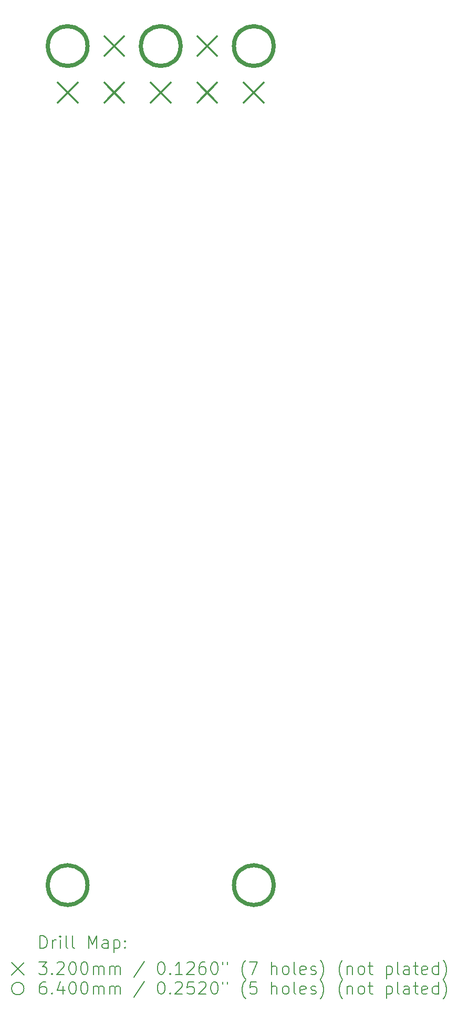
<source format=gbr>
%TF.GenerationSoftware,KiCad,Pcbnew,7.0.6-7.0.6~ubuntu22.04.1*%
%TF.CreationDate,2023-08-02T18:38:58+01:00*%
%TF.ProjectId,working,776f726b-696e-4672-9e6b-696361645f70,rev?*%
%TF.SameCoordinates,Original*%
%TF.FileFunction,Drillmap*%
%TF.FilePolarity,Positive*%
%FSLAX45Y45*%
G04 Gerber Fmt 4.5, Leading zero omitted, Abs format (unit mm)*
G04 Created by KiCad (PCBNEW 7.0.6-7.0.6~ubuntu22.04.1) date 2023-08-02 18:38:58*
%MOMM*%
%LPD*%
G01*
G04 APERTURE LIST*
%ADD10C,0.200000*%
%ADD11C,0.320000*%
%ADD12C,0.640000*%
G04 APERTURE END LIST*
D10*
D11*
X-1660000Y6160000D02*
X-1340000Y5840000D01*
X-1340000Y6160000D02*
X-1660000Y5840000D01*
X-910000Y6910000D02*
X-590000Y6590000D01*
X-590000Y6910000D02*
X-910000Y6590000D01*
X-910000Y6160000D02*
X-590000Y5840000D01*
X-590000Y6160000D02*
X-910000Y5840000D01*
X-160000Y6160000D02*
X160000Y5840000D01*
X160000Y6160000D02*
X-160000Y5840000D01*
X590000Y6910000D02*
X910000Y6590000D01*
X910000Y6910000D02*
X590000Y6590000D01*
X590000Y6160000D02*
X910000Y5840000D01*
X910000Y6160000D02*
X590000Y5840000D01*
X1340000Y6160000D02*
X1660000Y5840000D01*
X1660000Y6160000D02*
X1340000Y5840000D01*
D12*
X-1180000Y6750000D02*
G75*
G03*
X-1180000Y6750000I-320000J0D01*
G01*
X-1180000Y-6750000D02*
G75*
G03*
X-1180000Y-6750000I-320000J0D01*
G01*
X320000Y6750000D02*
G75*
G03*
X320000Y6750000I-320000J0D01*
G01*
X1820000Y6750000D02*
G75*
G03*
X1820000Y6750000I-320000J0D01*
G01*
X1820000Y-6750000D02*
G75*
G03*
X1820000Y-6750000I-320000J0D01*
G01*
D10*
X-1944223Y-7766484D02*
X-1944223Y-7566484D01*
X-1944223Y-7566484D02*
X-1896604Y-7566484D01*
X-1896604Y-7566484D02*
X-1868033Y-7576008D01*
X-1868033Y-7576008D02*
X-1848985Y-7595055D01*
X-1848985Y-7595055D02*
X-1839461Y-7614103D01*
X-1839461Y-7614103D02*
X-1829937Y-7652198D01*
X-1829937Y-7652198D02*
X-1829937Y-7680769D01*
X-1829937Y-7680769D02*
X-1839461Y-7718865D01*
X-1839461Y-7718865D02*
X-1848985Y-7737912D01*
X-1848985Y-7737912D02*
X-1868033Y-7756960D01*
X-1868033Y-7756960D02*
X-1896604Y-7766484D01*
X-1896604Y-7766484D02*
X-1944223Y-7766484D01*
X-1744223Y-7766484D02*
X-1744223Y-7633150D01*
X-1744223Y-7671246D02*
X-1734699Y-7652198D01*
X-1734699Y-7652198D02*
X-1725175Y-7642674D01*
X-1725175Y-7642674D02*
X-1706128Y-7633150D01*
X-1706128Y-7633150D02*
X-1687080Y-7633150D01*
X-1620414Y-7766484D02*
X-1620414Y-7633150D01*
X-1620414Y-7566484D02*
X-1629937Y-7576008D01*
X-1629937Y-7576008D02*
X-1620414Y-7585531D01*
X-1620414Y-7585531D02*
X-1610890Y-7576008D01*
X-1610890Y-7576008D02*
X-1620414Y-7566484D01*
X-1620414Y-7566484D02*
X-1620414Y-7585531D01*
X-1496604Y-7766484D02*
X-1515652Y-7756960D01*
X-1515652Y-7756960D02*
X-1525175Y-7737912D01*
X-1525175Y-7737912D02*
X-1525175Y-7566484D01*
X-1391842Y-7766484D02*
X-1410890Y-7756960D01*
X-1410890Y-7756960D02*
X-1420414Y-7737912D01*
X-1420414Y-7737912D02*
X-1420414Y-7566484D01*
X-1163271Y-7766484D02*
X-1163271Y-7566484D01*
X-1163271Y-7566484D02*
X-1096604Y-7709341D01*
X-1096604Y-7709341D02*
X-1029937Y-7566484D01*
X-1029937Y-7566484D02*
X-1029937Y-7766484D01*
X-848985Y-7766484D02*
X-848985Y-7661722D01*
X-848985Y-7661722D02*
X-858509Y-7642674D01*
X-858509Y-7642674D02*
X-877556Y-7633150D01*
X-877556Y-7633150D02*
X-915652Y-7633150D01*
X-915652Y-7633150D02*
X-934699Y-7642674D01*
X-848985Y-7756960D02*
X-868033Y-7766484D01*
X-868033Y-7766484D02*
X-915652Y-7766484D01*
X-915652Y-7766484D02*
X-934699Y-7756960D01*
X-934699Y-7756960D02*
X-944223Y-7737912D01*
X-944223Y-7737912D02*
X-944223Y-7718865D01*
X-944223Y-7718865D02*
X-934699Y-7699817D01*
X-934699Y-7699817D02*
X-915652Y-7690293D01*
X-915652Y-7690293D02*
X-868033Y-7690293D01*
X-868033Y-7690293D02*
X-848985Y-7680769D01*
X-753747Y-7633150D02*
X-753747Y-7833150D01*
X-753747Y-7642674D02*
X-734699Y-7633150D01*
X-734699Y-7633150D02*
X-696604Y-7633150D01*
X-696604Y-7633150D02*
X-677556Y-7642674D01*
X-677556Y-7642674D02*
X-668033Y-7652198D01*
X-668033Y-7652198D02*
X-658509Y-7671246D01*
X-658509Y-7671246D02*
X-658509Y-7728388D01*
X-658509Y-7728388D02*
X-668033Y-7747436D01*
X-668033Y-7747436D02*
X-677556Y-7756960D01*
X-677556Y-7756960D02*
X-696604Y-7766484D01*
X-696604Y-7766484D02*
X-734699Y-7766484D01*
X-734699Y-7766484D02*
X-753747Y-7756960D01*
X-572795Y-7747436D02*
X-563271Y-7756960D01*
X-563271Y-7756960D02*
X-572795Y-7766484D01*
X-572795Y-7766484D02*
X-582318Y-7756960D01*
X-582318Y-7756960D02*
X-572795Y-7747436D01*
X-572795Y-7747436D02*
X-572795Y-7766484D01*
X-572795Y-7642674D02*
X-563271Y-7652198D01*
X-563271Y-7652198D02*
X-572795Y-7661722D01*
X-572795Y-7661722D02*
X-582318Y-7652198D01*
X-582318Y-7652198D02*
X-572795Y-7642674D01*
X-572795Y-7642674D02*
X-572795Y-7661722D01*
X-2405000Y-7995000D02*
X-2205000Y-8195000D01*
X-2205000Y-7995000D02*
X-2405000Y-8195000D01*
X-1963271Y-7986484D02*
X-1839461Y-7986484D01*
X-1839461Y-7986484D02*
X-1906128Y-8062674D01*
X-1906128Y-8062674D02*
X-1877556Y-8062674D01*
X-1877556Y-8062674D02*
X-1858509Y-8072198D01*
X-1858509Y-8072198D02*
X-1848985Y-8081722D01*
X-1848985Y-8081722D02*
X-1839461Y-8100769D01*
X-1839461Y-8100769D02*
X-1839461Y-8148388D01*
X-1839461Y-8148388D02*
X-1848985Y-8167436D01*
X-1848985Y-8167436D02*
X-1858509Y-8176960D01*
X-1858509Y-8176960D02*
X-1877556Y-8186484D01*
X-1877556Y-8186484D02*
X-1934699Y-8186484D01*
X-1934699Y-8186484D02*
X-1953747Y-8176960D01*
X-1953747Y-8176960D02*
X-1963271Y-8167436D01*
X-1753747Y-8167436D02*
X-1744223Y-8176960D01*
X-1744223Y-8176960D02*
X-1753747Y-8186484D01*
X-1753747Y-8186484D02*
X-1763271Y-8176960D01*
X-1763271Y-8176960D02*
X-1753747Y-8167436D01*
X-1753747Y-8167436D02*
X-1753747Y-8186484D01*
X-1668033Y-8005531D02*
X-1658509Y-7996008D01*
X-1658509Y-7996008D02*
X-1639461Y-7986484D01*
X-1639461Y-7986484D02*
X-1591842Y-7986484D01*
X-1591842Y-7986484D02*
X-1572794Y-7996008D01*
X-1572794Y-7996008D02*
X-1563271Y-8005531D01*
X-1563271Y-8005531D02*
X-1553747Y-8024579D01*
X-1553747Y-8024579D02*
X-1553747Y-8043627D01*
X-1553747Y-8043627D02*
X-1563271Y-8072198D01*
X-1563271Y-8072198D02*
X-1677556Y-8186484D01*
X-1677556Y-8186484D02*
X-1553747Y-8186484D01*
X-1429937Y-7986484D02*
X-1410890Y-7986484D01*
X-1410890Y-7986484D02*
X-1391842Y-7996008D01*
X-1391842Y-7996008D02*
X-1382318Y-8005531D01*
X-1382318Y-8005531D02*
X-1372795Y-8024579D01*
X-1372795Y-8024579D02*
X-1363271Y-8062674D01*
X-1363271Y-8062674D02*
X-1363271Y-8110293D01*
X-1363271Y-8110293D02*
X-1372795Y-8148388D01*
X-1372795Y-8148388D02*
X-1382318Y-8167436D01*
X-1382318Y-8167436D02*
X-1391842Y-8176960D01*
X-1391842Y-8176960D02*
X-1410890Y-8186484D01*
X-1410890Y-8186484D02*
X-1429937Y-8186484D01*
X-1429937Y-8186484D02*
X-1448985Y-8176960D01*
X-1448985Y-8176960D02*
X-1458509Y-8167436D01*
X-1458509Y-8167436D02*
X-1468033Y-8148388D01*
X-1468033Y-8148388D02*
X-1477556Y-8110293D01*
X-1477556Y-8110293D02*
X-1477556Y-8062674D01*
X-1477556Y-8062674D02*
X-1468033Y-8024579D01*
X-1468033Y-8024579D02*
X-1458509Y-8005531D01*
X-1458509Y-8005531D02*
X-1448985Y-7996008D01*
X-1448985Y-7996008D02*
X-1429937Y-7986484D01*
X-1239461Y-7986484D02*
X-1220414Y-7986484D01*
X-1220414Y-7986484D02*
X-1201366Y-7996008D01*
X-1201366Y-7996008D02*
X-1191842Y-8005531D01*
X-1191842Y-8005531D02*
X-1182318Y-8024579D01*
X-1182318Y-8024579D02*
X-1172795Y-8062674D01*
X-1172795Y-8062674D02*
X-1172795Y-8110293D01*
X-1172795Y-8110293D02*
X-1182318Y-8148388D01*
X-1182318Y-8148388D02*
X-1191842Y-8167436D01*
X-1191842Y-8167436D02*
X-1201366Y-8176960D01*
X-1201366Y-8176960D02*
X-1220414Y-8186484D01*
X-1220414Y-8186484D02*
X-1239461Y-8186484D01*
X-1239461Y-8186484D02*
X-1258509Y-8176960D01*
X-1258509Y-8176960D02*
X-1268033Y-8167436D01*
X-1268033Y-8167436D02*
X-1277556Y-8148388D01*
X-1277556Y-8148388D02*
X-1287080Y-8110293D01*
X-1287080Y-8110293D02*
X-1287080Y-8062674D01*
X-1287080Y-8062674D02*
X-1277556Y-8024579D01*
X-1277556Y-8024579D02*
X-1268033Y-8005531D01*
X-1268033Y-8005531D02*
X-1258509Y-7996008D01*
X-1258509Y-7996008D02*
X-1239461Y-7986484D01*
X-1087080Y-8186484D02*
X-1087080Y-8053150D01*
X-1087080Y-8072198D02*
X-1077556Y-8062674D01*
X-1077556Y-8062674D02*
X-1058509Y-8053150D01*
X-1058509Y-8053150D02*
X-1029937Y-8053150D01*
X-1029937Y-8053150D02*
X-1010890Y-8062674D01*
X-1010890Y-8062674D02*
X-1001366Y-8081722D01*
X-1001366Y-8081722D02*
X-1001366Y-8186484D01*
X-1001366Y-8081722D02*
X-991842Y-8062674D01*
X-991842Y-8062674D02*
X-972794Y-8053150D01*
X-972794Y-8053150D02*
X-944223Y-8053150D01*
X-944223Y-8053150D02*
X-925175Y-8062674D01*
X-925175Y-8062674D02*
X-915652Y-8081722D01*
X-915652Y-8081722D02*
X-915652Y-8186484D01*
X-820413Y-8186484D02*
X-820413Y-8053150D01*
X-820413Y-8072198D02*
X-810890Y-8062674D01*
X-810890Y-8062674D02*
X-791842Y-8053150D01*
X-791842Y-8053150D02*
X-763271Y-8053150D01*
X-763271Y-8053150D02*
X-744223Y-8062674D01*
X-744223Y-8062674D02*
X-734699Y-8081722D01*
X-734699Y-8081722D02*
X-734699Y-8186484D01*
X-734699Y-8081722D02*
X-725175Y-8062674D01*
X-725175Y-8062674D02*
X-706128Y-8053150D01*
X-706128Y-8053150D02*
X-677556Y-8053150D01*
X-677556Y-8053150D02*
X-658509Y-8062674D01*
X-658509Y-8062674D02*
X-648985Y-8081722D01*
X-648985Y-8081722D02*
X-648985Y-8186484D01*
X-258509Y-7976960D02*
X-429937Y-8234103D01*
X-1366Y-7986484D02*
X17682Y-7986484D01*
X17682Y-7986484D02*
X36729Y-7996008D01*
X36729Y-7996008D02*
X46253Y-8005531D01*
X46253Y-8005531D02*
X55777Y-8024579D01*
X55777Y-8024579D02*
X65301Y-8062674D01*
X65301Y-8062674D02*
X65301Y-8110293D01*
X65301Y-8110293D02*
X55777Y-8148388D01*
X55777Y-8148388D02*
X46253Y-8167436D01*
X46253Y-8167436D02*
X36729Y-8176960D01*
X36729Y-8176960D02*
X17682Y-8186484D01*
X17682Y-8186484D02*
X-1366Y-8186484D01*
X-1366Y-8186484D02*
X-20413Y-8176960D01*
X-20413Y-8176960D02*
X-29937Y-8167436D01*
X-29937Y-8167436D02*
X-39461Y-8148388D01*
X-39461Y-8148388D02*
X-48985Y-8110293D01*
X-48985Y-8110293D02*
X-48985Y-8062674D01*
X-48985Y-8062674D02*
X-39461Y-8024579D01*
X-39461Y-8024579D02*
X-29937Y-8005531D01*
X-29937Y-8005531D02*
X-20413Y-7996008D01*
X-20413Y-7996008D02*
X-1366Y-7986484D01*
X151015Y-8167436D02*
X160539Y-8176960D01*
X160539Y-8176960D02*
X151015Y-8186484D01*
X151015Y-8186484D02*
X141491Y-8176960D01*
X141491Y-8176960D02*
X151015Y-8167436D01*
X151015Y-8167436D02*
X151015Y-8186484D01*
X351015Y-8186484D02*
X236729Y-8186484D01*
X293872Y-8186484D02*
X293872Y-7986484D01*
X293872Y-7986484D02*
X274825Y-8015055D01*
X274825Y-8015055D02*
X255777Y-8034103D01*
X255777Y-8034103D02*
X236729Y-8043627D01*
X427206Y-8005531D02*
X436729Y-7996008D01*
X436729Y-7996008D02*
X455777Y-7986484D01*
X455777Y-7986484D02*
X503396Y-7986484D01*
X503396Y-7986484D02*
X522444Y-7996008D01*
X522444Y-7996008D02*
X531968Y-8005531D01*
X531968Y-8005531D02*
X541491Y-8024579D01*
X541491Y-8024579D02*
X541491Y-8043627D01*
X541491Y-8043627D02*
X531968Y-8072198D01*
X531968Y-8072198D02*
X417682Y-8186484D01*
X417682Y-8186484D02*
X541491Y-8186484D01*
X712920Y-7986484D02*
X674825Y-7986484D01*
X674825Y-7986484D02*
X655777Y-7996008D01*
X655777Y-7996008D02*
X646253Y-8005531D01*
X646253Y-8005531D02*
X627206Y-8034103D01*
X627206Y-8034103D02*
X617682Y-8072198D01*
X617682Y-8072198D02*
X617682Y-8148388D01*
X617682Y-8148388D02*
X627206Y-8167436D01*
X627206Y-8167436D02*
X636729Y-8176960D01*
X636729Y-8176960D02*
X655777Y-8186484D01*
X655777Y-8186484D02*
X693872Y-8186484D01*
X693872Y-8186484D02*
X712920Y-8176960D01*
X712920Y-8176960D02*
X722444Y-8167436D01*
X722444Y-8167436D02*
X731967Y-8148388D01*
X731967Y-8148388D02*
X731967Y-8100769D01*
X731967Y-8100769D02*
X722444Y-8081722D01*
X722444Y-8081722D02*
X712920Y-8072198D01*
X712920Y-8072198D02*
X693872Y-8062674D01*
X693872Y-8062674D02*
X655777Y-8062674D01*
X655777Y-8062674D02*
X636729Y-8072198D01*
X636729Y-8072198D02*
X627206Y-8081722D01*
X627206Y-8081722D02*
X617682Y-8100769D01*
X855777Y-7986484D02*
X874825Y-7986484D01*
X874825Y-7986484D02*
X893872Y-7996008D01*
X893872Y-7996008D02*
X903396Y-8005531D01*
X903396Y-8005531D02*
X912920Y-8024579D01*
X912920Y-8024579D02*
X922444Y-8062674D01*
X922444Y-8062674D02*
X922444Y-8110293D01*
X922444Y-8110293D02*
X912920Y-8148388D01*
X912920Y-8148388D02*
X903396Y-8167436D01*
X903396Y-8167436D02*
X893872Y-8176960D01*
X893872Y-8176960D02*
X874825Y-8186484D01*
X874825Y-8186484D02*
X855777Y-8186484D01*
X855777Y-8186484D02*
X836729Y-8176960D01*
X836729Y-8176960D02*
X827206Y-8167436D01*
X827206Y-8167436D02*
X817682Y-8148388D01*
X817682Y-8148388D02*
X808158Y-8110293D01*
X808158Y-8110293D02*
X808158Y-8062674D01*
X808158Y-8062674D02*
X817682Y-8024579D01*
X817682Y-8024579D02*
X827206Y-8005531D01*
X827206Y-8005531D02*
X836729Y-7996008D01*
X836729Y-7996008D02*
X855777Y-7986484D01*
X998634Y-7986484D02*
X998634Y-8024579D01*
X1074825Y-7986484D02*
X1074825Y-8024579D01*
X1370063Y-8262674D02*
X1360539Y-8253150D01*
X1360539Y-8253150D02*
X1341491Y-8224579D01*
X1341491Y-8224579D02*
X1331968Y-8205531D01*
X1331968Y-8205531D02*
X1322444Y-8176960D01*
X1322444Y-8176960D02*
X1312920Y-8129341D01*
X1312920Y-8129341D02*
X1312920Y-8091246D01*
X1312920Y-8091246D02*
X1322444Y-8043627D01*
X1322444Y-8043627D02*
X1331968Y-8015055D01*
X1331968Y-8015055D02*
X1341491Y-7996008D01*
X1341491Y-7996008D02*
X1360539Y-7967436D01*
X1360539Y-7967436D02*
X1370063Y-7957912D01*
X1427206Y-7986484D02*
X1560539Y-7986484D01*
X1560539Y-7986484D02*
X1474825Y-8186484D01*
X1789110Y-8186484D02*
X1789110Y-7986484D01*
X1874825Y-8186484D02*
X1874825Y-8081722D01*
X1874825Y-8081722D02*
X1865301Y-8062674D01*
X1865301Y-8062674D02*
X1846253Y-8053150D01*
X1846253Y-8053150D02*
X1817682Y-8053150D01*
X1817682Y-8053150D02*
X1798634Y-8062674D01*
X1798634Y-8062674D02*
X1789110Y-8072198D01*
X1998634Y-8186484D02*
X1979587Y-8176960D01*
X1979587Y-8176960D02*
X1970063Y-8167436D01*
X1970063Y-8167436D02*
X1960539Y-8148388D01*
X1960539Y-8148388D02*
X1960539Y-8091246D01*
X1960539Y-8091246D02*
X1970063Y-8072198D01*
X1970063Y-8072198D02*
X1979587Y-8062674D01*
X1979587Y-8062674D02*
X1998634Y-8053150D01*
X1998634Y-8053150D02*
X2027206Y-8053150D01*
X2027206Y-8053150D02*
X2046253Y-8062674D01*
X2046253Y-8062674D02*
X2055777Y-8072198D01*
X2055777Y-8072198D02*
X2065301Y-8091246D01*
X2065301Y-8091246D02*
X2065301Y-8148388D01*
X2065301Y-8148388D02*
X2055777Y-8167436D01*
X2055777Y-8167436D02*
X2046253Y-8176960D01*
X2046253Y-8176960D02*
X2027206Y-8186484D01*
X2027206Y-8186484D02*
X1998634Y-8186484D01*
X2179587Y-8186484D02*
X2160539Y-8176960D01*
X2160539Y-8176960D02*
X2151015Y-8157912D01*
X2151015Y-8157912D02*
X2151015Y-7986484D01*
X2331968Y-8176960D02*
X2312920Y-8186484D01*
X2312920Y-8186484D02*
X2274825Y-8186484D01*
X2274825Y-8186484D02*
X2255777Y-8176960D01*
X2255777Y-8176960D02*
X2246253Y-8157912D01*
X2246253Y-8157912D02*
X2246253Y-8081722D01*
X2246253Y-8081722D02*
X2255777Y-8062674D01*
X2255777Y-8062674D02*
X2274825Y-8053150D01*
X2274825Y-8053150D02*
X2312920Y-8053150D01*
X2312920Y-8053150D02*
X2331968Y-8062674D01*
X2331968Y-8062674D02*
X2341492Y-8081722D01*
X2341492Y-8081722D02*
X2341492Y-8100769D01*
X2341492Y-8100769D02*
X2246253Y-8119817D01*
X2417682Y-8176960D02*
X2436730Y-8186484D01*
X2436730Y-8186484D02*
X2474825Y-8186484D01*
X2474825Y-8186484D02*
X2493873Y-8176960D01*
X2493873Y-8176960D02*
X2503396Y-8157912D01*
X2503396Y-8157912D02*
X2503396Y-8148388D01*
X2503396Y-8148388D02*
X2493873Y-8129341D01*
X2493873Y-8129341D02*
X2474825Y-8119817D01*
X2474825Y-8119817D02*
X2446253Y-8119817D01*
X2446253Y-8119817D02*
X2427206Y-8110293D01*
X2427206Y-8110293D02*
X2417682Y-8091246D01*
X2417682Y-8091246D02*
X2417682Y-8081722D01*
X2417682Y-8081722D02*
X2427206Y-8062674D01*
X2427206Y-8062674D02*
X2446253Y-8053150D01*
X2446253Y-8053150D02*
X2474825Y-8053150D01*
X2474825Y-8053150D02*
X2493873Y-8062674D01*
X2570063Y-8262674D02*
X2579587Y-8253150D01*
X2579587Y-8253150D02*
X2598634Y-8224579D01*
X2598634Y-8224579D02*
X2608158Y-8205531D01*
X2608158Y-8205531D02*
X2617682Y-8176960D01*
X2617682Y-8176960D02*
X2627206Y-8129341D01*
X2627206Y-8129341D02*
X2627206Y-8091246D01*
X2627206Y-8091246D02*
X2617682Y-8043627D01*
X2617682Y-8043627D02*
X2608158Y-8015055D01*
X2608158Y-8015055D02*
X2598634Y-7996008D01*
X2598634Y-7996008D02*
X2579587Y-7967436D01*
X2579587Y-7967436D02*
X2570063Y-7957912D01*
X2931968Y-8262674D02*
X2922444Y-8253150D01*
X2922444Y-8253150D02*
X2903396Y-8224579D01*
X2903396Y-8224579D02*
X2893872Y-8205531D01*
X2893872Y-8205531D02*
X2884349Y-8176960D01*
X2884349Y-8176960D02*
X2874825Y-8129341D01*
X2874825Y-8129341D02*
X2874825Y-8091246D01*
X2874825Y-8091246D02*
X2884349Y-8043627D01*
X2884349Y-8043627D02*
X2893872Y-8015055D01*
X2893872Y-8015055D02*
X2903396Y-7996008D01*
X2903396Y-7996008D02*
X2922444Y-7967436D01*
X2922444Y-7967436D02*
X2931968Y-7957912D01*
X3008158Y-8053150D02*
X3008158Y-8186484D01*
X3008158Y-8072198D02*
X3017682Y-8062674D01*
X3017682Y-8062674D02*
X3036730Y-8053150D01*
X3036730Y-8053150D02*
X3065301Y-8053150D01*
X3065301Y-8053150D02*
X3084349Y-8062674D01*
X3084349Y-8062674D02*
X3093872Y-8081722D01*
X3093872Y-8081722D02*
X3093872Y-8186484D01*
X3217682Y-8186484D02*
X3198634Y-8176960D01*
X3198634Y-8176960D02*
X3189111Y-8167436D01*
X3189111Y-8167436D02*
X3179587Y-8148388D01*
X3179587Y-8148388D02*
X3179587Y-8091246D01*
X3179587Y-8091246D02*
X3189111Y-8072198D01*
X3189111Y-8072198D02*
X3198634Y-8062674D01*
X3198634Y-8062674D02*
X3217682Y-8053150D01*
X3217682Y-8053150D02*
X3246253Y-8053150D01*
X3246253Y-8053150D02*
X3265301Y-8062674D01*
X3265301Y-8062674D02*
X3274825Y-8072198D01*
X3274825Y-8072198D02*
X3284349Y-8091246D01*
X3284349Y-8091246D02*
X3284349Y-8148388D01*
X3284349Y-8148388D02*
X3274825Y-8167436D01*
X3274825Y-8167436D02*
X3265301Y-8176960D01*
X3265301Y-8176960D02*
X3246253Y-8186484D01*
X3246253Y-8186484D02*
X3217682Y-8186484D01*
X3341492Y-8053150D02*
X3417682Y-8053150D01*
X3370063Y-7986484D02*
X3370063Y-8157912D01*
X3370063Y-8157912D02*
X3379587Y-8176960D01*
X3379587Y-8176960D02*
X3398634Y-8186484D01*
X3398634Y-8186484D02*
X3417682Y-8186484D01*
X3636730Y-8053150D02*
X3636730Y-8253150D01*
X3636730Y-8062674D02*
X3655777Y-8053150D01*
X3655777Y-8053150D02*
X3693873Y-8053150D01*
X3693873Y-8053150D02*
X3712920Y-8062674D01*
X3712920Y-8062674D02*
X3722444Y-8072198D01*
X3722444Y-8072198D02*
X3731968Y-8091246D01*
X3731968Y-8091246D02*
X3731968Y-8148388D01*
X3731968Y-8148388D02*
X3722444Y-8167436D01*
X3722444Y-8167436D02*
X3712920Y-8176960D01*
X3712920Y-8176960D02*
X3693873Y-8186484D01*
X3693873Y-8186484D02*
X3655777Y-8186484D01*
X3655777Y-8186484D02*
X3636730Y-8176960D01*
X3846253Y-8186484D02*
X3827206Y-8176960D01*
X3827206Y-8176960D02*
X3817682Y-8157912D01*
X3817682Y-8157912D02*
X3817682Y-7986484D01*
X4008158Y-8186484D02*
X4008158Y-8081722D01*
X4008158Y-8081722D02*
X3998634Y-8062674D01*
X3998634Y-8062674D02*
X3979587Y-8053150D01*
X3979587Y-8053150D02*
X3941492Y-8053150D01*
X3941492Y-8053150D02*
X3922444Y-8062674D01*
X4008158Y-8176960D02*
X3989111Y-8186484D01*
X3989111Y-8186484D02*
X3941492Y-8186484D01*
X3941492Y-8186484D02*
X3922444Y-8176960D01*
X3922444Y-8176960D02*
X3912920Y-8157912D01*
X3912920Y-8157912D02*
X3912920Y-8138865D01*
X3912920Y-8138865D02*
X3922444Y-8119817D01*
X3922444Y-8119817D02*
X3941492Y-8110293D01*
X3941492Y-8110293D02*
X3989111Y-8110293D01*
X3989111Y-8110293D02*
X4008158Y-8100769D01*
X4074825Y-8053150D02*
X4151015Y-8053150D01*
X4103396Y-7986484D02*
X4103396Y-8157912D01*
X4103396Y-8157912D02*
X4112920Y-8176960D01*
X4112920Y-8176960D02*
X4131968Y-8186484D01*
X4131968Y-8186484D02*
X4151015Y-8186484D01*
X4293873Y-8176960D02*
X4274825Y-8186484D01*
X4274825Y-8186484D02*
X4236730Y-8186484D01*
X4236730Y-8186484D02*
X4217682Y-8176960D01*
X4217682Y-8176960D02*
X4208158Y-8157912D01*
X4208158Y-8157912D02*
X4208158Y-8081722D01*
X4208158Y-8081722D02*
X4217682Y-8062674D01*
X4217682Y-8062674D02*
X4236730Y-8053150D01*
X4236730Y-8053150D02*
X4274825Y-8053150D01*
X4274825Y-8053150D02*
X4293873Y-8062674D01*
X4293873Y-8062674D02*
X4303396Y-8081722D01*
X4303396Y-8081722D02*
X4303396Y-8100769D01*
X4303396Y-8100769D02*
X4208158Y-8119817D01*
X4474825Y-8186484D02*
X4474825Y-7986484D01*
X4474825Y-8176960D02*
X4455777Y-8186484D01*
X4455777Y-8186484D02*
X4417682Y-8186484D01*
X4417682Y-8186484D02*
X4398635Y-8176960D01*
X4398635Y-8176960D02*
X4389111Y-8167436D01*
X4389111Y-8167436D02*
X4379587Y-8148388D01*
X4379587Y-8148388D02*
X4379587Y-8091246D01*
X4379587Y-8091246D02*
X4389111Y-8072198D01*
X4389111Y-8072198D02*
X4398635Y-8062674D01*
X4398635Y-8062674D02*
X4417682Y-8053150D01*
X4417682Y-8053150D02*
X4455777Y-8053150D01*
X4455777Y-8053150D02*
X4474825Y-8062674D01*
X4551016Y-8262674D02*
X4560539Y-8253150D01*
X4560539Y-8253150D02*
X4579587Y-8224579D01*
X4579587Y-8224579D02*
X4589111Y-8205531D01*
X4589111Y-8205531D02*
X4598635Y-8176960D01*
X4598635Y-8176960D02*
X4608158Y-8129341D01*
X4608158Y-8129341D02*
X4608158Y-8091246D01*
X4608158Y-8091246D02*
X4598635Y-8043627D01*
X4598635Y-8043627D02*
X4589111Y-8015055D01*
X4589111Y-8015055D02*
X4579587Y-7996008D01*
X4579587Y-7996008D02*
X4560539Y-7967436D01*
X4560539Y-7967436D02*
X4551016Y-7957912D01*
X-2205000Y-8415000D02*
G75*
G03*
X-2205000Y-8415000I-100000J0D01*
G01*
X-1858509Y-8306484D02*
X-1896604Y-8306484D01*
X-1896604Y-8306484D02*
X-1915652Y-8316008D01*
X-1915652Y-8316008D02*
X-1925175Y-8325531D01*
X-1925175Y-8325531D02*
X-1944223Y-8354103D01*
X-1944223Y-8354103D02*
X-1953747Y-8392198D01*
X-1953747Y-8392198D02*
X-1953747Y-8468389D01*
X-1953747Y-8468389D02*
X-1944223Y-8487436D01*
X-1944223Y-8487436D02*
X-1934699Y-8496960D01*
X-1934699Y-8496960D02*
X-1915652Y-8506484D01*
X-1915652Y-8506484D02*
X-1877556Y-8506484D01*
X-1877556Y-8506484D02*
X-1858509Y-8496960D01*
X-1858509Y-8496960D02*
X-1848985Y-8487436D01*
X-1848985Y-8487436D02*
X-1839461Y-8468389D01*
X-1839461Y-8468389D02*
X-1839461Y-8420770D01*
X-1839461Y-8420770D02*
X-1848985Y-8401722D01*
X-1848985Y-8401722D02*
X-1858509Y-8392198D01*
X-1858509Y-8392198D02*
X-1877556Y-8382674D01*
X-1877556Y-8382674D02*
X-1915652Y-8382674D01*
X-1915652Y-8382674D02*
X-1934699Y-8392198D01*
X-1934699Y-8392198D02*
X-1944223Y-8401722D01*
X-1944223Y-8401722D02*
X-1953747Y-8420770D01*
X-1753747Y-8487436D02*
X-1744223Y-8496960D01*
X-1744223Y-8496960D02*
X-1753747Y-8506484D01*
X-1753747Y-8506484D02*
X-1763271Y-8496960D01*
X-1763271Y-8496960D02*
X-1753747Y-8487436D01*
X-1753747Y-8487436D02*
X-1753747Y-8506484D01*
X-1572794Y-8373150D02*
X-1572794Y-8506484D01*
X-1620414Y-8296960D02*
X-1668033Y-8439817D01*
X-1668033Y-8439817D02*
X-1544223Y-8439817D01*
X-1429937Y-8306484D02*
X-1410890Y-8306484D01*
X-1410890Y-8306484D02*
X-1391842Y-8316008D01*
X-1391842Y-8316008D02*
X-1382318Y-8325531D01*
X-1382318Y-8325531D02*
X-1372795Y-8344579D01*
X-1372795Y-8344579D02*
X-1363271Y-8382674D01*
X-1363271Y-8382674D02*
X-1363271Y-8430293D01*
X-1363271Y-8430293D02*
X-1372795Y-8468389D01*
X-1372795Y-8468389D02*
X-1382318Y-8487436D01*
X-1382318Y-8487436D02*
X-1391842Y-8496960D01*
X-1391842Y-8496960D02*
X-1410890Y-8506484D01*
X-1410890Y-8506484D02*
X-1429937Y-8506484D01*
X-1429937Y-8506484D02*
X-1448985Y-8496960D01*
X-1448985Y-8496960D02*
X-1458509Y-8487436D01*
X-1458509Y-8487436D02*
X-1468033Y-8468389D01*
X-1468033Y-8468389D02*
X-1477556Y-8430293D01*
X-1477556Y-8430293D02*
X-1477556Y-8382674D01*
X-1477556Y-8382674D02*
X-1468033Y-8344579D01*
X-1468033Y-8344579D02*
X-1458509Y-8325531D01*
X-1458509Y-8325531D02*
X-1448985Y-8316008D01*
X-1448985Y-8316008D02*
X-1429937Y-8306484D01*
X-1239461Y-8306484D02*
X-1220414Y-8306484D01*
X-1220414Y-8306484D02*
X-1201366Y-8316008D01*
X-1201366Y-8316008D02*
X-1191842Y-8325531D01*
X-1191842Y-8325531D02*
X-1182318Y-8344579D01*
X-1182318Y-8344579D02*
X-1172795Y-8382674D01*
X-1172795Y-8382674D02*
X-1172795Y-8430293D01*
X-1172795Y-8430293D02*
X-1182318Y-8468389D01*
X-1182318Y-8468389D02*
X-1191842Y-8487436D01*
X-1191842Y-8487436D02*
X-1201366Y-8496960D01*
X-1201366Y-8496960D02*
X-1220414Y-8506484D01*
X-1220414Y-8506484D02*
X-1239461Y-8506484D01*
X-1239461Y-8506484D02*
X-1258509Y-8496960D01*
X-1258509Y-8496960D02*
X-1268033Y-8487436D01*
X-1268033Y-8487436D02*
X-1277556Y-8468389D01*
X-1277556Y-8468389D02*
X-1287080Y-8430293D01*
X-1287080Y-8430293D02*
X-1287080Y-8382674D01*
X-1287080Y-8382674D02*
X-1277556Y-8344579D01*
X-1277556Y-8344579D02*
X-1268033Y-8325531D01*
X-1268033Y-8325531D02*
X-1258509Y-8316008D01*
X-1258509Y-8316008D02*
X-1239461Y-8306484D01*
X-1087080Y-8506484D02*
X-1087080Y-8373150D01*
X-1087080Y-8392198D02*
X-1077556Y-8382674D01*
X-1077556Y-8382674D02*
X-1058509Y-8373150D01*
X-1058509Y-8373150D02*
X-1029937Y-8373150D01*
X-1029937Y-8373150D02*
X-1010890Y-8382674D01*
X-1010890Y-8382674D02*
X-1001366Y-8401722D01*
X-1001366Y-8401722D02*
X-1001366Y-8506484D01*
X-1001366Y-8401722D02*
X-991842Y-8382674D01*
X-991842Y-8382674D02*
X-972794Y-8373150D01*
X-972794Y-8373150D02*
X-944223Y-8373150D01*
X-944223Y-8373150D02*
X-925175Y-8382674D01*
X-925175Y-8382674D02*
X-915652Y-8401722D01*
X-915652Y-8401722D02*
X-915652Y-8506484D01*
X-820413Y-8506484D02*
X-820413Y-8373150D01*
X-820413Y-8392198D02*
X-810890Y-8382674D01*
X-810890Y-8382674D02*
X-791842Y-8373150D01*
X-791842Y-8373150D02*
X-763271Y-8373150D01*
X-763271Y-8373150D02*
X-744223Y-8382674D01*
X-744223Y-8382674D02*
X-734699Y-8401722D01*
X-734699Y-8401722D02*
X-734699Y-8506484D01*
X-734699Y-8401722D02*
X-725175Y-8382674D01*
X-725175Y-8382674D02*
X-706128Y-8373150D01*
X-706128Y-8373150D02*
X-677556Y-8373150D01*
X-677556Y-8373150D02*
X-658509Y-8382674D01*
X-658509Y-8382674D02*
X-648985Y-8401722D01*
X-648985Y-8401722D02*
X-648985Y-8506484D01*
X-258509Y-8296960D02*
X-429937Y-8554103D01*
X-1366Y-8306484D02*
X17682Y-8306484D01*
X17682Y-8306484D02*
X36729Y-8316008D01*
X36729Y-8316008D02*
X46253Y-8325531D01*
X46253Y-8325531D02*
X55777Y-8344579D01*
X55777Y-8344579D02*
X65301Y-8382674D01*
X65301Y-8382674D02*
X65301Y-8430293D01*
X65301Y-8430293D02*
X55777Y-8468389D01*
X55777Y-8468389D02*
X46253Y-8487436D01*
X46253Y-8487436D02*
X36729Y-8496960D01*
X36729Y-8496960D02*
X17682Y-8506484D01*
X17682Y-8506484D02*
X-1366Y-8506484D01*
X-1366Y-8506484D02*
X-20413Y-8496960D01*
X-20413Y-8496960D02*
X-29937Y-8487436D01*
X-29937Y-8487436D02*
X-39461Y-8468389D01*
X-39461Y-8468389D02*
X-48985Y-8430293D01*
X-48985Y-8430293D02*
X-48985Y-8382674D01*
X-48985Y-8382674D02*
X-39461Y-8344579D01*
X-39461Y-8344579D02*
X-29937Y-8325531D01*
X-29937Y-8325531D02*
X-20413Y-8316008D01*
X-20413Y-8316008D02*
X-1366Y-8306484D01*
X151015Y-8487436D02*
X160539Y-8496960D01*
X160539Y-8496960D02*
X151015Y-8506484D01*
X151015Y-8506484D02*
X141491Y-8496960D01*
X141491Y-8496960D02*
X151015Y-8487436D01*
X151015Y-8487436D02*
X151015Y-8506484D01*
X236729Y-8325531D02*
X246253Y-8316008D01*
X246253Y-8316008D02*
X265301Y-8306484D01*
X265301Y-8306484D02*
X312920Y-8306484D01*
X312920Y-8306484D02*
X331968Y-8316008D01*
X331968Y-8316008D02*
X341491Y-8325531D01*
X341491Y-8325531D02*
X351015Y-8344579D01*
X351015Y-8344579D02*
X351015Y-8363627D01*
X351015Y-8363627D02*
X341491Y-8392198D01*
X341491Y-8392198D02*
X227206Y-8506484D01*
X227206Y-8506484D02*
X351015Y-8506484D01*
X531968Y-8306484D02*
X436729Y-8306484D01*
X436729Y-8306484D02*
X427206Y-8401722D01*
X427206Y-8401722D02*
X436729Y-8392198D01*
X436729Y-8392198D02*
X455777Y-8382674D01*
X455777Y-8382674D02*
X503396Y-8382674D01*
X503396Y-8382674D02*
X522444Y-8392198D01*
X522444Y-8392198D02*
X531968Y-8401722D01*
X531968Y-8401722D02*
X541491Y-8420770D01*
X541491Y-8420770D02*
X541491Y-8468389D01*
X541491Y-8468389D02*
X531968Y-8487436D01*
X531968Y-8487436D02*
X522444Y-8496960D01*
X522444Y-8496960D02*
X503396Y-8506484D01*
X503396Y-8506484D02*
X455777Y-8506484D01*
X455777Y-8506484D02*
X436729Y-8496960D01*
X436729Y-8496960D02*
X427206Y-8487436D01*
X617682Y-8325531D02*
X627206Y-8316008D01*
X627206Y-8316008D02*
X646253Y-8306484D01*
X646253Y-8306484D02*
X693872Y-8306484D01*
X693872Y-8306484D02*
X712920Y-8316008D01*
X712920Y-8316008D02*
X722444Y-8325531D01*
X722444Y-8325531D02*
X731967Y-8344579D01*
X731967Y-8344579D02*
X731967Y-8363627D01*
X731967Y-8363627D02*
X722444Y-8392198D01*
X722444Y-8392198D02*
X608158Y-8506484D01*
X608158Y-8506484D02*
X731967Y-8506484D01*
X855777Y-8306484D02*
X874825Y-8306484D01*
X874825Y-8306484D02*
X893872Y-8316008D01*
X893872Y-8316008D02*
X903396Y-8325531D01*
X903396Y-8325531D02*
X912920Y-8344579D01*
X912920Y-8344579D02*
X922444Y-8382674D01*
X922444Y-8382674D02*
X922444Y-8430293D01*
X922444Y-8430293D02*
X912920Y-8468389D01*
X912920Y-8468389D02*
X903396Y-8487436D01*
X903396Y-8487436D02*
X893872Y-8496960D01*
X893872Y-8496960D02*
X874825Y-8506484D01*
X874825Y-8506484D02*
X855777Y-8506484D01*
X855777Y-8506484D02*
X836729Y-8496960D01*
X836729Y-8496960D02*
X827206Y-8487436D01*
X827206Y-8487436D02*
X817682Y-8468389D01*
X817682Y-8468389D02*
X808158Y-8430293D01*
X808158Y-8430293D02*
X808158Y-8382674D01*
X808158Y-8382674D02*
X817682Y-8344579D01*
X817682Y-8344579D02*
X827206Y-8325531D01*
X827206Y-8325531D02*
X836729Y-8316008D01*
X836729Y-8316008D02*
X855777Y-8306484D01*
X998634Y-8306484D02*
X998634Y-8344579D01*
X1074825Y-8306484D02*
X1074825Y-8344579D01*
X1370063Y-8582674D02*
X1360539Y-8573150D01*
X1360539Y-8573150D02*
X1341491Y-8544579D01*
X1341491Y-8544579D02*
X1331968Y-8525531D01*
X1331968Y-8525531D02*
X1322444Y-8496960D01*
X1322444Y-8496960D02*
X1312920Y-8449341D01*
X1312920Y-8449341D02*
X1312920Y-8411246D01*
X1312920Y-8411246D02*
X1322444Y-8363627D01*
X1322444Y-8363627D02*
X1331968Y-8335055D01*
X1331968Y-8335055D02*
X1341491Y-8316008D01*
X1341491Y-8316008D02*
X1360539Y-8287436D01*
X1360539Y-8287436D02*
X1370063Y-8277912D01*
X1541491Y-8306484D02*
X1446253Y-8306484D01*
X1446253Y-8306484D02*
X1436729Y-8401722D01*
X1436729Y-8401722D02*
X1446253Y-8392198D01*
X1446253Y-8392198D02*
X1465301Y-8382674D01*
X1465301Y-8382674D02*
X1512920Y-8382674D01*
X1512920Y-8382674D02*
X1531968Y-8392198D01*
X1531968Y-8392198D02*
X1541491Y-8401722D01*
X1541491Y-8401722D02*
X1551015Y-8420770D01*
X1551015Y-8420770D02*
X1551015Y-8468389D01*
X1551015Y-8468389D02*
X1541491Y-8487436D01*
X1541491Y-8487436D02*
X1531968Y-8496960D01*
X1531968Y-8496960D02*
X1512920Y-8506484D01*
X1512920Y-8506484D02*
X1465301Y-8506484D01*
X1465301Y-8506484D02*
X1446253Y-8496960D01*
X1446253Y-8496960D02*
X1436729Y-8487436D01*
X1789110Y-8506484D02*
X1789110Y-8306484D01*
X1874825Y-8506484D02*
X1874825Y-8401722D01*
X1874825Y-8401722D02*
X1865301Y-8382674D01*
X1865301Y-8382674D02*
X1846253Y-8373150D01*
X1846253Y-8373150D02*
X1817682Y-8373150D01*
X1817682Y-8373150D02*
X1798634Y-8382674D01*
X1798634Y-8382674D02*
X1789110Y-8392198D01*
X1998634Y-8506484D02*
X1979587Y-8496960D01*
X1979587Y-8496960D02*
X1970063Y-8487436D01*
X1970063Y-8487436D02*
X1960539Y-8468389D01*
X1960539Y-8468389D02*
X1960539Y-8411246D01*
X1960539Y-8411246D02*
X1970063Y-8392198D01*
X1970063Y-8392198D02*
X1979587Y-8382674D01*
X1979587Y-8382674D02*
X1998634Y-8373150D01*
X1998634Y-8373150D02*
X2027206Y-8373150D01*
X2027206Y-8373150D02*
X2046253Y-8382674D01*
X2046253Y-8382674D02*
X2055777Y-8392198D01*
X2055777Y-8392198D02*
X2065301Y-8411246D01*
X2065301Y-8411246D02*
X2065301Y-8468389D01*
X2065301Y-8468389D02*
X2055777Y-8487436D01*
X2055777Y-8487436D02*
X2046253Y-8496960D01*
X2046253Y-8496960D02*
X2027206Y-8506484D01*
X2027206Y-8506484D02*
X1998634Y-8506484D01*
X2179587Y-8506484D02*
X2160539Y-8496960D01*
X2160539Y-8496960D02*
X2151015Y-8477912D01*
X2151015Y-8477912D02*
X2151015Y-8306484D01*
X2331968Y-8496960D02*
X2312920Y-8506484D01*
X2312920Y-8506484D02*
X2274825Y-8506484D01*
X2274825Y-8506484D02*
X2255777Y-8496960D01*
X2255777Y-8496960D02*
X2246253Y-8477912D01*
X2246253Y-8477912D02*
X2246253Y-8401722D01*
X2246253Y-8401722D02*
X2255777Y-8382674D01*
X2255777Y-8382674D02*
X2274825Y-8373150D01*
X2274825Y-8373150D02*
X2312920Y-8373150D01*
X2312920Y-8373150D02*
X2331968Y-8382674D01*
X2331968Y-8382674D02*
X2341492Y-8401722D01*
X2341492Y-8401722D02*
X2341492Y-8420770D01*
X2341492Y-8420770D02*
X2246253Y-8439817D01*
X2417682Y-8496960D02*
X2436730Y-8506484D01*
X2436730Y-8506484D02*
X2474825Y-8506484D01*
X2474825Y-8506484D02*
X2493873Y-8496960D01*
X2493873Y-8496960D02*
X2503396Y-8477912D01*
X2503396Y-8477912D02*
X2503396Y-8468389D01*
X2503396Y-8468389D02*
X2493873Y-8449341D01*
X2493873Y-8449341D02*
X2474825Y-8439817D01*
X2474825Y-8439817D02*
X2446253Y-8439817D01*
X2446253Y-8439817D02*
X2427206Y-8430293D01*
X2427206Y-8430293D02*
X2417682Y-8411246D01*
X2417682Y-8411246D02*
X2417682Y-8401722D01*
X2417682Y-8401722D02*
X2427206Y-8382674D01*
X2427206Y-8382674D02*
X2446253Y-8373150D01*
X2446253Y-8373150D02*
X2474825Y-8373150D01*
X2474825Y-8373150D02*
X2493873Y-8382674D01*
X2570063Y-8582674D02*
X2579587Y-8573150D01*
X2579587Y-8573150D02*
X2598634Y-8544579D01*
X2598634Y-8544579D02*
X2608158Y-8525531D01*
X2608158Y-8525531D02*
X2617682Y-8496960D01*
X2617682Y-8496960D02*
X2627206Y-8449341D01*
X2627206Y-8449341D02*
X2627206Y-8411246D01*
X2627206Y-8411246D02*
X2617682Y-8363627D01*
X2617682Y-8363627D02*
X2608158Y-8335055D01*
X2608158Y-8335055D02*
X2598634Y-8316008D01*
X2598634Y-8316008D02*
X2579587Y-8287436D01*
X2579587Y-8287436D02*
X2570063Y-8277912D01*
X2931968Y-8582674D02*
X2922444Y-8573150D01*
X2922444Y-8573150D02*
X2903396Y-8544579D01*
X2903396Y-8544579D02*
X2893872Y-8525531D01*
X2893872Y-8525531D02*
X2884349Y-8496960D01*
X2884349Y-8496960D02*
X2874825Y-8449341D01*
X2874825Y-8449341D02*
X2874825Y-8411246D01*
X2874825Y-8411246D02*
X2884349Y-8363627D01*
X2884349Y-8363627D02*
X2893872Y-8335055D01*
X2893872Y-8335055D02*
X2903396Y-8316008D01*
X2903396Y-8316008D02*
X2922444Y-8287436D01*
X2922444Y-8287436D02*
X2931968Y-8277912D01*
X3008158Y-8373150D02*
X3008158Y-8506484D01*
X3008158Y-8392198D02*
X3017682Y-8382674D01*
X3017682Y-8382674D02*
X3036730Y-8373150D01*
X3036730Y-8373150D02*
X3065301Y-8373150D01*
X3065301Y-8373150D02*
X3084349Y-8382674D01*
X3084349Y-8382674D02*
X3093872Y-8401722D01*
X3093872Y-8401722D02*
X3093872Y-8506484D01*
X3217682Y-8506484D02*
X3198634Y-8496960D01*
X3198634Y-8496960D02*
X3189111Y-8487436D01*
X3189111Y-8487436D02*
X3179587Y-8468389D01*
X3179587Y-8468389D02*
X3179587Y-8411246D01*
X3179587Y-8411246D02*
X3189111Y-8392198D01*
X3189111Y-8392198D02*
X3198634Y-8382674D01*
X3198634Y-8382674D02*
X3217682Y-8373150D01*
X3217682Y-8373150D02*
X3246253Y-8373150D01*
X3246253Y-8373150D02*
X3265301Y-8382674D01*
X3265301Y-8382674D02*
X3274825Y-8392198D01*
X3274825Y-8392198D02*
X3284349Y-8411246D01*
X3284349Y-8411246D02*
X3284349Y-8468389D01*
X3284349Y-8468389D02*
X3274825Y-8487436D01*
X3274825Y-8487436D02*
X3265301Y-8496960D01*
X3265301Y-8496960D02*
X3246253Y-8506484D01*
X3246253Y-8506484D02*
X3217682Y-8506484D01*
X3341492Y-8373150D02*
X3417682Y-8373150D01*
X3370063Y-8306484D02*
X3370063Y-8477912D01*
X3370063Y-8477912D02*
X3379587Y-8496960D01*
X3379587Y-8496960D02*
X3398634Y-8506484D01*
X3398634Y-8506484D02*
X3417682Y-8506484D01*
X3636730Y-8373150D02*
X3636730Y-8573150D01*
X3636730Y-8382674D02*
X3655777Y-8373150D01*
X3655777Y-8373150D02*
X3693873Y-8373150D01*
X3693873Y-8373150D02*
X3712920Y-8382674D01*
X3712920Y-8382674D02*
X3722444Y-8392198D01*
X3722444Y-8392198D02*
X3731968Y-8411246D01*
X3731968Y-8411246D02*
X3731968Y-8468389D01*
X3731968Y-8468389D02*
X3722444Y-8487436D01*
X3722444Y-8487436D02*
X3712920Y-8496960D01*
X3712920Y-8496960D02*
X3693873Y-8506484D01*
X3693873Y-8506484D02*
X3655777Y-8506484D01*
X3655777Y-8506484D02*
X3636730Y-8496960D01*
X3846253Y-8506484D02*
X3827206Y-8496960D01*
X3827206Y-8496960D02*
X3817682Y-8477912D01*
X3817682Y-8477912D02*
X3817682Y-8306484D01*
X4008158Y-8506484D02*
X4008158Y-8401722D01*
X4008158Y-8401722D02*
X3998634Y-8382674D01*
X3998634Y-8382674D02*
X3979587Y-8373150D01*
X3979587Y-8373150D02*
X3941492Y-8373150D01*
X3941492Y-8373150D02*
X3922444Y-8382674D01*
X4008158Y-8496960D02*
X3989111Y-8506484D01*
X3989111Y-8506484D02*
X3941492Y-8506484D01*
X3941492Y-8506484D02*
X3922444Y-8496960D01*
X3922444Y-8496960D02*
X3912920Y-8477912D01*
X3912920Y-8477912D02*
X3912920Y-8458865D01*
X3912920Y-8458865D02*
X3922444Y-8439817D01*
X3922444Y-8439817D02*
X3941492Y-8430293D01*
X3941492Y-8430293D02*
X3989111Y-8430293D01*
X3989111Y-8430293D02*
X4008158Y-8420770D01*
X4074825Y-8373150D02*
X4151015Y-8373150D01*
X4103396Y-8306484D02*
X4103396Y-8477912D01*
X4103396Y-8477912D02*
X4112920Y-8496960D01*
X4112920Y-8496960D02*
X4131968Y-8506484D01*
X4131968Y-8506484D02*
X4151015Y-8506484D01*
X4293873Y-8496960D02*
X4274825Y-8506484D01*
X4274825Y-8506484D02*
X4236730Y-8506484D01*
X4236730Y-8506484D02*
X4217682Y-8496960D01*
X4217682Y-8496960D02*
X4208158Y-8477912D01*
X4208158Y-8477912D02*
X4208158Y-8401722D01*
X4208158Y-8401722D02*
X4217682Y-8382674D01*
X4217682Y-8382674D02*
X4236730Y-8373150D01*
X4236730Y-8373150D02*
X4274825Y-8373150D01*
X4274825Y-8373150D02*
X4293873Y-8382674D01*
X4293873Y-8382674D02*
X4303396Y-8401722D01*
X4303396Y-8401722D02*
X4303396Y-8420770D01*
X4303396Y-8420770D02*
X4208158Y-8439817D01*
X4474825Y-8506484D02*
X4474825Y-8306484D01*
X4474825Y-8496960D02*
X4455777Y-8506484D01*
X4455777Y-8506484D02*
X4417682Y-8506484D01*
X4417682Y-8506484D02*
X4398635Y-8496960D01*
X4398635Y-8496960D02*
X4389111Y-8487436D01*
X4389111Y-8487436D02*
X4379587Y-8468389D01*
X4379587Y-8468389D02*
X4379587Y-8411246D01*
X4379587Y-8411246D02*
X4389111Y-8392198D01*
X4389111Y-8392198D02*
X4398635Y-8382674D01*
X4398635Y-8382674D02*
X4417682Y-8373150D01*
X4417682Y-8373150D02*
X4455777Y-8373150D01*
X4455777Y-8373150D02*
X4474825Y-8382674D01*
X4551016Y-8582674D02*
X4560539Y-8573150D01*
X4560539Y-8573150D02*
X4579587Y-8544579D01*
X4579587Y-8544579D02*
X4589111Y-8525531D01*
X4589111Y-8525531D02*
X4598635Y-8496960D01*
X4598635Y-8496960D02*
X4608158Y-8449341D01*
X4608158Y-8449341D02*
X4608158Y-8411246D01*
X4608158Y-8411246D02*
X4598635Y-8363627D01*
X4598635Y-8363627D02*
X4589111Y-8335055D01*
X4589111Y-8335055D02*
X4579587Y-8316008D01*
X4579587Y-8316008D02*
X4560539Y-8287436D01*
X4560539Y-8287436D02*
X4551016Y-8277912D01*
M02*

</source>
